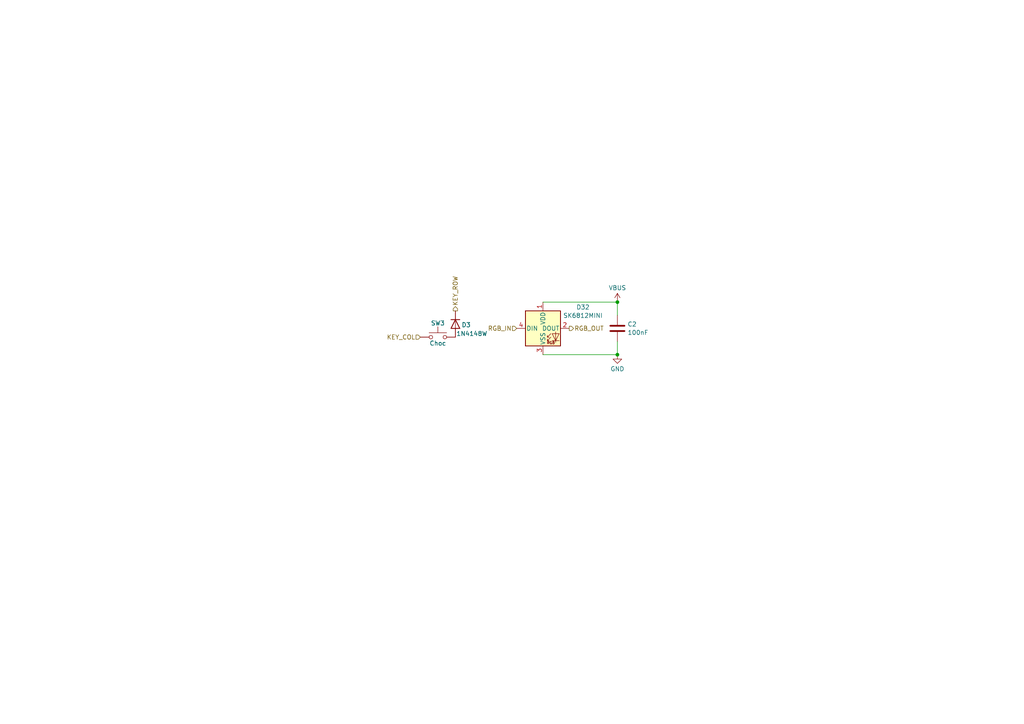
<source format=kicad_sch>
(kicad_sch (version 20231120) (generator "eeschema") (generator_version "8.0")
  (paper "A4")
  (lib_symbols
    (symbol "DecentUSB_Library:SK6812MINI" (pin_names (offset 0.254))
      (property "Reference" "D" (at 5.08 5.715 0))
      (property "Value" "SK6812MINI" (at 1.27 -5.715 0))
      (symbol "SK6812MINI_0_0"
        (text "RGB" (at 2.286 -4.191 0) (effects (font (size 0.762 0.762))))
      )
      (symbol "SK6812MINI_0_1"
        (polyline (pts (xy 1.27 -3.556) (xy 1.778 -3.556)))
        (polyline (pts (xy 1.27 -2.54) (xy 1.778 -2.54)))
        (polyline (pts (xy 4.699 -3.556) (xy 2.667 -3.556)))
        (polyline (pts (xy 2.286 -2.54) (xy 1.27 -3.556) (xy 1.27 -3.048)))
        (polyline (pts (xy 2.286 -1.524) (xy 1.27 -2.54) (xy 1.27 -2.032)))
        (polyline (pts (xy 3.683 -1.016) (xy 3.683 -3.556) (xy 3.683 -4.064)))
        (polyline (pts (xy 4.699 -1.524) (xy 2.667 -1.524) (xy 3.683 -3.556) (xy 4.699 -1.524)))
        (rectangle (start 5.08 5.08) (end -5.08 -5.08) (stroke (width 0.254)) (fill (type background)))
      )
      (symbol "SK6812MINI_1_1"
        (pin power_in line (at 0 7.62 270) (length 2.54) (name "VDD") (number "1"))
        (pin output line (at 7.62 0 180) (length 2.54) (name "DOUT") (number "2"))
        (pin power_in line (at 0 -7.62 90) (length 2.54) (name "VSS") (number "3"))
        (pin input line (at -7.62 0 0) (length 2.54) (name "DIN") (number "4"))
      )
    )
    (symbol "Device:C" (pin_numbers hide) (pin_names (offset 0.254))
      (property "Reference" "C" (at 0.635 2.54 0))
      (property "Value" "C" (at 0.635 -2.54 0))
      (symbol "C_0_1"
        (polyline (pts (xy -2.032 -0.762) (xy 2.032 -0.762)) (stroke (width 0.508)))
        (polyline (pts (xy -2.032 0.762) (xy 2.032 0.762)) (stroke (width 0.508)))
      )
      (symbol "C_1_1"
        (pin passive line (at 0 3.81 270) (length 2.794) (name "~") (number "1"))
        (pin passive line (at 0 -3.81 90) (length 2.794) (name "~") (number "2"))
      )
    )
    (symbol "Device:D" (pin_numbers hide) (pin_names (offset 1.016) hide)
      (property "Reference" "D" (at 0 2.54 0))
      (property "Value" "D" (at 0 -2.54 0))
      (symbol "D_0_1"
        (polyline (pts (xy -1.27 1.27) (xy -1.27 -1.27)) (stroke (width 0.254)))
        (polyline (pts (xy 1.27 0) (xy -1.27 0)))
        (polyline (pts (xy 1.27 1.27) (xy 1.27 -1.27) (xy -1.27 0) (xy 1.27 1.27)) (stroke (width 0.254)))
      )
      (symbol "D_1_1"
        (pin passive line (at -3.81 0 0) (length 2.54) (name "K") (number "1"))
        (pin passive line (at 3.81 0 180) (length 2.54) (name "A") (number "2"))
      )
    )
    (symbol "Switch:SW_Push" (pin_numbers hide) (pin_names (offset 1.016) hide)
      (property "Reference" "SW" (at 1.27 2.54 0))
      (property "Value" "SW_Push" (at 0 -1.524 0))
      (symbol "SW_Push_0_1"
        (circle (center -2.032 0) (radius 0.508))
        (polyline (pts (xy 0 1.27) (xy 0 3.048)))
        (polyline (pts (xy 2.54 1.27) (xy -2.54 1.27)))
        (circle (center 2.032 0) (radius 0.508))
        (pin passive line (at -5.08 0 0) (length 2.54) (name "1") (number "1"))
        (pin passive line (at 5.08 0 180) (length 2.54) (name "2") (number "2"))
      )
    )
    (symbol "power:GND" (power) (pin_numbers hide) (pin_names (offset 0) hide)
      (property "Value" "GND" (at 0 -3.81 0))
      (symbol "GND_0_1"
        (polyline (pts (xy 0 0) (xy 0 -1.27) (xy 1.27 -1.27) (xy 0 -2.54) (xy -1.27 -1.27) (xy 0 -1.27)))
      )
      (symbol "GND_1_1"
        (pin power_in line (at 0 0 270) (length 0) (name "~") (number "1"))
      )
    )
    (symbol "power:VBUS" (power) (pin_numbers hide) (pin_names (offset 0) hide)
      (property "Value" "VBUS" (at 0 3.556 0))
      (symbol "VBUS_0_1"
        (polyline (pts (xy -0.762 1.27) (xy 0 2.54)))
        (polyline (pts (xy 0 0) (xy 0 2.54)))
        (polyline (pts (xy 0 2.54) (xy 0.762 1.27)))
      )
      (symbol "VBUS_1_1"
        (pin power_in line (at 0 0 90) (length 0) (name "~") (number "1"))
      )
    )
  )
  (junction (at 179.07 87.63))
  (junction (at 179.07 102.87))
  (wire (pts (xy 179.07 102.87) (xy 157.48 102.87)))
  (wire (pts (xy 179.07 87.63) (xy 179.07 91.44)))
  (wire (pts (xy 157.48 87.63) (xy 179.07 87.63)))
  (wire (pts (xy 179.07 99.06) (xy 179.07 102.87)))
  (hierarchical_label "KEY_ROW" (shape output) (at 132.08 90.17 90))
  (hierarchical_label "KEY_COL" (shape input) (at 121.92 97.79 180))
  (hierarchical_label "RGB_OUT" (shape output) (at 165.1 95.25 0))
  (hierarchical_label "RGB_IN" (shape input) (at 149.86 95.25 180))
  (symbol (lib_id "Device:D") (at 132.08 93.98 270) (unit 1)
    (property "Reference" "D3" (at 133.858 94.234 90) (effects (justify left)))
    (property "Value" "1N4148W" (at 132.334 96.774 90) (effects (justify left)))
    (property "Footprint" "DecenTKL:D_SOD-123" (effects (hide yes)))
    (property "Description" "Diode" (effects (hide yes)))
    (property "Sim.Device" "D" (effects (hide yes)))
    (property "Sim.Pins" "1=K 2=A" (effects (hide yes)))
    (property "JLCPCB Part #" "C181134" (effects (hide yes)))
    (instances (project "DecentNumPad" (path "" (reference "D3") (unit 1)) (path "" (reference "D1") (unit 1))))
  )
  (symbol (lib_id "Device:C") (at 179.07 95.25 0) (unit 1)
    (property "Reference" "C2" (at 181.991 94.0378 0) (effects (justify left)))
    (property "Value" "100nF" (at 181.991 96.4621 0) (effects (justify left)))
    (property "Footprint" "DecenTKL:C_0603_1608Metric" (effects (hide yes)))
    (property "Description" "Unpolarized capacitor" (effects (hide yes)))
    (property "JLCPCB Part #" "C14663" (effects (hide yes)))
    (instances (project "DecentNumPad" (path "" (reference "C2") (unit 1)) (path "" (reference "C1") (unit 1))))
  )
  (symbol (lib_id "power:GND") (at 179.07 102.87 0) (unit 1)
    (property "Reference" "#PWR054" (effects (hide yes)))
    (property "Value" "GND" (at 179.07 107.0031 0))
    (property "Description" "Power symbol creates a global label with name \"GND\" , ground" (effects (hide yes)))
    (instances (project "" (path "" (reference "#PWR054") (unit 1)) (path "" (reference "#PWR053") (unit 1))))
  )
  (symbol (lib_id "Switch:SW_Push") (at 127 97.79 0) (unit 1)
    (property "Reference" "SW3" (at 127 93.726 0))
    (property "Value" "Choc" (at 127 99.568 0))
    (property "Footprint" "DecenTKL:Kailh_socket_Choc_1-50U-XE" (effects (hide yes)))
    (property "Description" "Push button switch, generic, two pins" (effects (hide yes)))
    (property "JLCPCB Part #" "C5333465" (effects (hide yes)))
    (property "JLCPCB Layer Override" "B.Cu" (effects (hide yes)))
    (instances (project "DecentNumPad" (path "" (reference "SW3") (unit 1)) (path "" (reference "SW2") (unit 1))))
  )
  (symbol (lib_id "power:VBUS") (at 179.07 87.63 0) (unit 1)
    (property "Reference" "#PWR076" (effects (hide yes)))
    (property "Value" "VBUS" (at 179.07 83.4969 0))
    (property "Description" "Power symbol creates a global label with name \"VBUS\"" (effects (hide yes)))
    (instances (project "DecentNumPad" (path "" (reference "#PWR076") (unit 1)) (path "" (reference "#PWR075") (unit 1))))
  )
  (symbol (lib_id "DecentUSB_Library:SK6812MINI") (at 157.48 95.25 0) (unit 1)
    (property "Reference" "D32" (at 169.0877 89.105 0))
    (property "Value" "SK6812MINI" (at 169.0877 91.5293 0))
    (property "Footprint" "LED_SMD:LED_SK6812MINI_PLCC4_3.5x3.5mm_P1.75mm" (effects (hide yes)))
    (property "Datasheet" "https://cdn-shop.adafruit.com/product-files/2686/SK6812MINI_REV.01-1-2.pdf" (effects (hide yes)))
    (property "Description" "RGB LED with integrated controller" (effects (hide yes)))
    (property "JLCPCB Part #" "C5149201" (effects (hide yes)))
    (instances (project "" (path "" (reference "D32") (unit 1)) (path "" (reference "D18") (unit 1)) (path "" (reference "D10") (unit 1)) (path "" (reference "D20") (unit 1)) (path "" (reference "D24") (unit 1)) (path "" (reference "D12") (unit 1)) (path "" (reference "D4") (unit 1)) (path "" (reference "D36") (unit 1)) (path "" (reference "D2") (unit 1)) (path "" (reference "D22") (unit 1)) (path "" (reference "D6") (unit 1)) (path "" (reference "D28") (unit 1)) (path "" (reference "D14") (unit 1)) (path "" (reference "D38") (unit 1)) (path "" (reference "D8") (unit 1)) (path "" (reference "D34") (unit 1)) (path "" (reference "D30") (unit 1)) (path "" (reference "D16") (unit 1)) (path "" (reference "D26") (unit 1))))
  )
)
</source>
